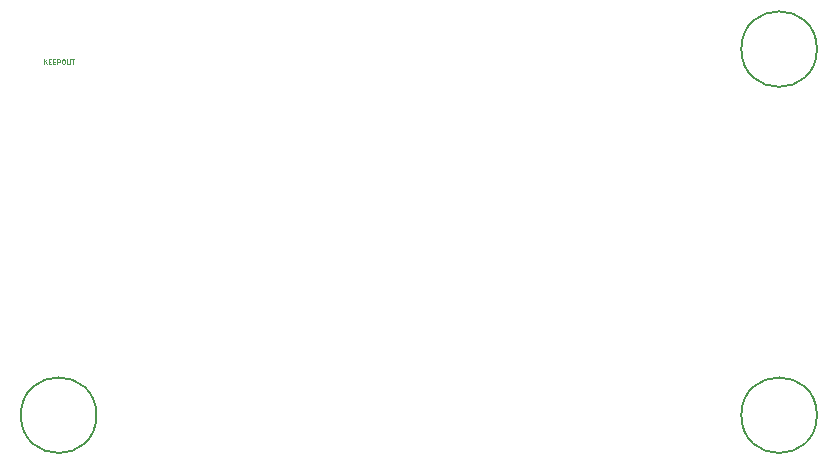
<source format=gbr>
%TF.GenerationSoftware,KiCad,Pcbnew,8.0.3*%
%TF.CreationDate,2024-07-07T18:19:15-07:00*%
%TF.ProjectId,JPBms2,4a50426d-7332-42e6-9b69-6361645f7063,rev?*%
%TF.SameCoordinates,Original*%
%TF.FileFunction,Other,Comment*%
%FSLAX46Y46*%
G04 Gerber Fmt 4.6, Leading zero omitted, Abs format (unit mm)*
G04 Created by KiCad (PCBNEW 8.0.3) date 2024-07-07 18:19:15*
%MOMM*%
%LPD*%
G01*
G04 APERTURE LIST*
%ADD10C,0.070000*%
%ADD11C,0.150000*%
G04 APERTURE END LIST*
D10*
X98771904Y-67266407D02*
X98771904Y-66866407D01*
X99000475Y-67266407D02*
X98829046Y-67037836D01*
X99000475Y-66866407D02*
X98771904Y-67094979D01*
X99171904Y-67056883D02*
X99305237Y-67056883D01*
X99362380Y-67266407D02*
X99171904Y-67266407D01*
X99171904Y-67266407D02*
X99171904Y-66866407D01*
X99171904Y-66866407D02*
X99362380Y-66866407D01*
X99533809Y-67056883D02*
X99667142Y-67056883D01*
X99724285Y-67266407D02*
X99533809Y-67266407D01*
X99533809Y-67266407D02*
X99533809Y-66866407D01*
X99533809Y-66866407D02*
X99724285Y-66866407D01*
X99895714Y-67266407D02*
X99895714Y-66866407D01*
X99895714Y-66866407D02*
X100048095Y-66866407D01*
X100048095Y-66866407D02*
X100086190Y-66885455D01*
X100086190Y-66885455D02*
X100105237Y-66904502D01*
X100105237Y-66904502D02*
X100124285Y-66942598D01*
X100124285Y-66942598D02*
X100124285Y-66999740D01*
X100124285Y-66999740D02*
X100105237Y-67037836D01*
X100105237Y-67037836D02*
X100086190Y-67056883D01*
X100086190Y-67056883D02*
X100048095Y-67075931D01*
X100048095Y-67075931D02*
X99895714Y-67075931D01*
X100371904Y-66866407D02*
X100448095Y-66866407D01*
X100448095Y-66866407D02*
X100486190Y-66885455D01*
X100486190Y-66885455D02*
X100524285Y-66923550D01*
X100524285Y-66923550D02*
X100543333Y-66999740D01*
X100543333Y-66999740D02*
X100543333Y-67133074D01*
X100543333Y-67133074D02*
X100524285Y-67209264D01*
X100524285Y-67209264D02*
X100486190Y-67247360D01*
X100486190Y-67247360D02*
X100448095Y-67266407D01*
X100448095Y-67266407D02*
X100371904Y-67266407D01*
X100371904Y-67266407D02*
X100333809Y-67247360D01*
X100333809Y-67247360D02*
X100295714Y-67209264D01*
X100295714Y-67209264D02*
X100276666Y-67133074D01*
X100276666Y-67133074D02*
X100276666Y-66999740D01*
X100276666Y-66999740D02*
X100295714Y-66923550D01*
X100295714Y-66923550D02*
X100333809Y-66885455D01*
X100333809Y-66885455D02*
X100371904Y-66866407D01*
X100714762Y-66866407D02*
X100714762Y-67190217D01*
X100714762Y-67190217D02*
X100733809Y-67228312D01*
X100733809Y-67228312D02*
X100752857Y-67247360D01*
X100752857Y-67247360D02*
X100790952Y-67266407D01*
X100790952Y-67266407D02*
X100867143Y-67266407D01*
X100867143Y-67266407D02*
X100905238Y-67247360D01*
X100905238Y-67247360D02*
X100924285Y-67228312D01*
X100924285Y-67228312D02*
X100943333Y-67190217D01*
X100943333Y-67190217D02*
X100943333Y-66866407D01*
X101076667Y-66866407D02*
X101305238Y-66866407D01*
X101190952Y-67266407D02*
X101190952Y-66866407D01*
D11*
%TO.C,H3*%
X164200000Y-97000000D02*
G75*
G02*
X157800000Y-97000000I-3200000J0D01*
G01*
X157800000Y-97000000D02*
G75*
G02*
X164200000Y-97000000I3200000J0D01*
G01*
%TO.C,H2*%
X103200000Y-97000000D02*
G75*
G02*
X96800000Y-97000000I-3200000J0D01*
G01*
X96800000Y-97000000D02*
G75*
G02*
X103200000Y-97000000I3200000J0D01*
G01*
%TO.C,H1*%
X164200000Y-66000000D02*
G75*
G02*
X157800000Y-66000000I-3200000J0D01*
G01*
X157800000Y-66000000D02*
G75*
G02*
X164200000Y-66000000I3200000J0D01*
G01*
%TD*%
M02*

</source>
